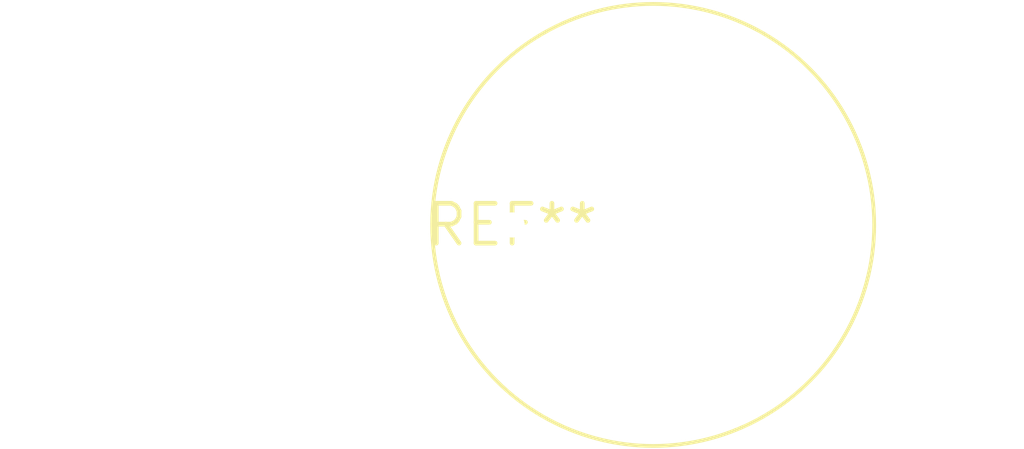
<source format=kicad_pcb>
(kicad_pcb (version 20240108) (generator pcbnew)
  (layers (0 "F.Cu" signal) (31 "B.Cu" signal) (34 "B.Paste" user) (35 "F.Paste" user) (36 "B.SilkS" user "B.Silkscreen") (37 "F.SilkS" user "F.Silkscreen") (38 "B.Mask" user) (39 "F.Mask" user) (44 "Edge.Cuts" user))
  (net 0 "")
  (footprint "R_LDR_D13.8mm_P9.0mm_Vertical" (layer "F.Cu") (at 0 0)
    (property "Reference" "REF**")
    (property "Value" "R_LDR_D13.8mm_P9.0mm_Vertical")
    (fp_circle (center 4.5 0) (end -2.55 0) (layer "F.SilkS") (stroke (width 0.12)) (fill none))
    (pad "1" thru_hole circle (at 0 0) (size 1.6 1.6) (drill 0.8) (layers *.Cu *.Mask) (remove_unused_layers))
    (pad "2" thru_hole circle (at 9 0) (size 1.6 1.6) (drill 0.8) (layers *.Cu *.Mask) (remove_unused_layers))
  )
)
</source>
